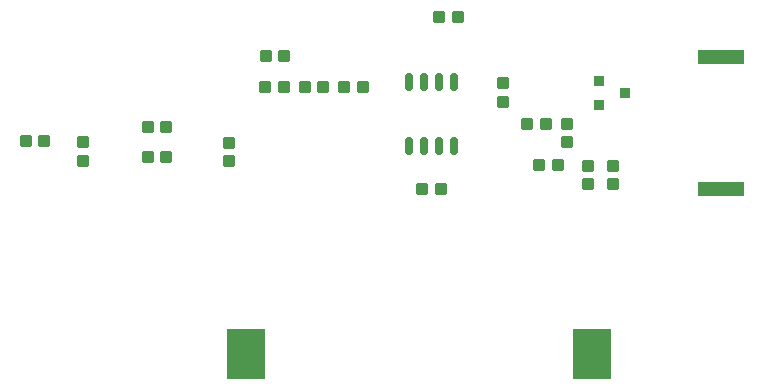
<source format=gtp>
G04*
G04 #@! TF.GenerationSoftware,Altium Limited,Altium Designer,20.1.7 (139)*
G04*
G04 Layer_Color=8421504*
%FSLAX43Y43*%
%MOMM*%
G71*
G04*
G04 #@! TF.SameCoordinates,6177D0A9-487A-4126-AA2D-7D1D30F1A86E*
G04*
G04*
G04 #@! TF.FilePolarity,Positive*
G04*
G01*
G75*
%ADD16R,4.000X1.200*%
G04:AMPARAMS|DCode=17|XSize=0.94mm|YSize=1.02mm|CornerRadius=0.094mm|HoleSize=0mm|Usage=FLASHONLY|Rotation=0.000|XOffset=0mm|YOffset=0mm|HoleType=Round|Shape=RoundedRectangle|*
%AMROUNDEDRECTD17*
21,1,0.940,0.832,0,0,0.0*
21,1,0.752,1.020,0,0,0.0*
1,1,0.188,0.376,-0.416*
1,1,0.188,-0.376,-0.416*
1,1,0.188,-0.376,0.416*
1,1,0.188,0.376,0.416*
%
%ADD17ROUNDEDRECTD17*%
G04:AMPARAMS|DCode=18|XSize=0.94mm|YSize=1.02mm|CornerRadius=0.094mm|HoleSize=0mm|Usage=FLASHONLY|Rotation=90.000|XOffset=0mm|YOffset=0mm|HoleType=Round|Shape=RoundedRectangle|*
%AMROUNDEDRECTD18*
21,1,0.940,0.832,0,0,90.0*
21,1,0.752,1.020,0,0,90.0*
1,1,0.188,0.416,0.376*
1,1,0.188,0.416,-0.376*
1,1,0.188,-0.416,-0.376*
1,1,0.188,-0.416,0.376*
%
%ADD18ROUNDEDRECTD18*%
G04:AMPARAMS|DCode=19|XSize=1.5mm|YSize=0.6mm|CornerRadius=0.15mm|HoleSize=0mm|Usage=FLASHONLY|Rotation=270.000|XOffset=0mm|YOffset=0mm|HoleType=Round|Shape=RoundedRectangle|*
%AMROUNDEDRECTD19*
21,1,1.500,0.300,0,0,270.0*
21,1,1.200,0.600,0,0,270.0*
1,1,0.300,-0.150,-0.600*
1,1,0.300,-0.150,0.600*
1,1,0.300,0.150,0.600*
1,1,0.300,0.150,-0.600*
%
%ADD19ROUNDEDRECTD19*%
%ADD20R,0.813X0.813*%
%ADD21R,3.200X4.200*%
D16*
X76392Y38141D02*
D03*
Y26941D02*
D03*
D17*
X62552Y28960D02*
D03*
X60972D02*
D03*
X37818Y38227D02*
D03*
X39398D02*
D03*
X42715Y35589D02*
D03*
X41135D02*
D03*
X44462D02*
D03*
X46042D02*
D03*
X51066Y26928D02*
D03*
X52646D02*
D03*
X29405Y29620D02*
D03*
X27825D02*
D03*
X39359Y35589D02*
D03*
X37779D02*
D03*
X19078Y30988D02*
D03*
X17498D02*
D03*
X54094Y41533D02*
D03*
X52514D02*
D03*
X29405Y32160D02*
D03*
X27825D02*
D03*
X61561Y32440D02*
D03*
X59981D02*
D03*
D18*
X34711Y30867D02*
D03*
Y29287D02*
D03*
X22392Y30893D02*
D03*
Y29313D02*
D03*
X65140Y28912D02*
D03*
Y27332D02*
D03*
X67198D02*
D03*
Y28912D02*
D03*
X57952Y34339D02*
D03*
Y35919D02*
D03*
X63337Y32493D02*
D03*
Y30913D02*
D03*
D19*
X49976Y36003D02*
D03*
X51246D02*
D03*
X52516D02*
D03*
X53786D02*
D03*
X52516Y30603D02*
D03*
X51246D02*
D03*
X49976D02*
D03*
X53786D02*
D03*
D20*
X66029Y36072D02*
D03*
X68239Y35056D02*
D03*
X66029Y34040D02*
D03*
D21*
X36139Y12983D02*
D03*
X65439D02*
D03*
M02*

</source>
